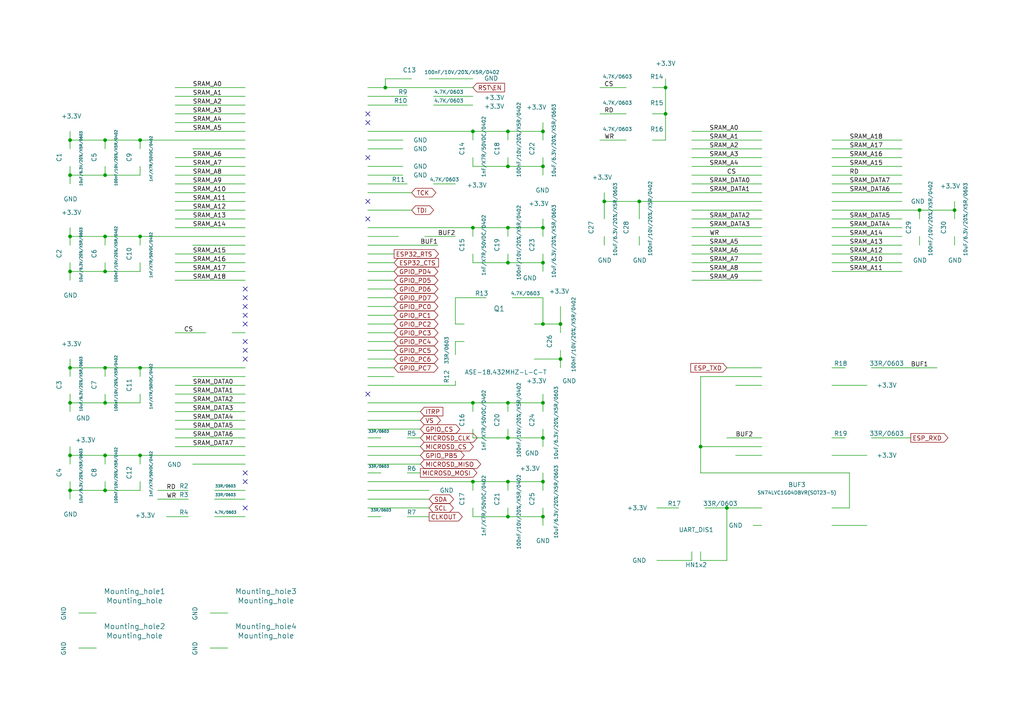
<source format=kicad_sch>
(kicad_sch (version 20230121) (generator eeschema)
  (paper "A4")
  (title_block (title "AgonLight2") (date "2022-12-05") (rev "A") (company "Olimex") (comment 1 "(c)2022"))
  (junction (at 157.48 76.2))
  (junction (at 20.32 68.58))
  (junction (at 157.48 93.98))
  (junction (at 20.32 142.24))
  (junction (at 20.32 78.74))
  (junction (at 147.32 48.26))
  (junction (at 157.48 38.1))
  (junction (at 157.48 149.86))
  (junction (at 20.32 116.84))
  (junction (at 157.48 139.7))
  (junction (at 30.48 78.74))
  (junction (at 30.48 40.64))
  (junction (at 147.32 149.86))
  (junction (at 30.48 132.08))
  (junction (at 30.48 68.58))
  (junction (at 20.32 40.64))
  (junction (at 193.04 25.4))
  (junction (at 20.32 132.08))
  (junction (at 147.32 76.2))
  (junction (at 40.64 40.64))
  (junction (at 157.48 116.84))
  (junction (at 175.26 58.42))
  (junction (at 137.16 139.7))
  (junction (at 185.42 58.42))
  (junction (at 157.48 66.04))
  (junction (at 20.32 50.8))
  (junction (at 147.32 127))
  (junction (at 40.64 132.08))
  (junction (at 276.86 60.96))
  (junction (at 203.2 129.54))
  (junction (at 157.48 48.26))
  (junction (at 30.48 50.8))
  (junction (at 30.48 116.84))
  (junction (at 157.48 127))
  (junction (at 147.32 116.84))
  (junction (at 40.64 68.58))
  (junction (at 137.16 38.1))
  (junction (at 147.32 66.04))
  (junction (at 210.82 147.32))
  (junction (at 193.04 33.02))
  (junction (at 111.76 25.4))
  (junction (at 162.56 93.98))
  (junction (at 40.64 106.68))
  (junction (at 266.7 60.96))
  (junction (at 20.32 106.68))
  (junction (at 147.32 38.1))
  (junction (at 147.32 139.7))
  (junction (at 137.16 116.84))
  (junction (at 162.56 104.14))
  (junction (at 30.48 142.24))
  (junction (at 30.48 106.68))
  (junction (at 137.16 66.04))
  (no_connect (at 71.12 104.14))
  (no_connect (at 71.12 139.7))
  (no_connect (at 106.68 33.02))
  (no_connect (at 106.68 63.5))
  (no_connect (at 106.68 35.56))
  (no_connect (at 71.12 83.82))
  (no_connect (at 106.68 114.3))
  (no_connect (at 71.12 93.98))
  (no_connect (at 106.68 45.72))
  (no_connect (at 71.12 147.32))
  (no_connect (at 71.12 137.16))
  (no_connect (at 71.12 101.6))
  (no_connect (at 71.12 99.06))
  (no_connect (at 71.12 86.36))
  (no_connect (at 71.12 88.9))
  (no_connect (at 71.12 91.44))
  (no_connect (at 106.68 58.42))
  (wire (pts (xy 66.04 177.8) (xy 60.96 177.8)))
  (wire (pts (xy 30.48 71.12) (xy 30.48 68.58)))
  (wire (pts (xy 123.19 68.58) (xy 132.08 68.58)))
  (wire (pts (xy 137.16 149.86) (xy 147.32 149.86)))
  (wire (pts (xy 204.47 147.32) (xy 210.82 147.32)))
  (wire (pts (xy 241.3 40.64) (xy 261.62 40.64)))
  (wire (pts (xy 106.68 96.52) (xy 114.3 96.52)))
  (wire (pts (xy 22.86 187.96) (xy 27.94 187.96)))
  (wire (pts (xy 220.98 48.26) (xy 200.66 48.26)))
  (wire (pts (xy 132.08 102.87) (xy 132.08 99.06)))
  (wire (pts (xy 30.48 48.26) (xy 30.48 50.8)))
  (wire (pts (xy 106.68 139.7) (xy 137.16 139.7)))
  (wire (pts (xy 147.32 142.24) (xy 147.32 139.7)))
  (wire (pts (xy 276.86 58.42) (xy 276.86 60.96)))
  (wire (pts (xy 147.32 76.2) (xy 157.48 76.2)))
  (wire (pts (xy 137.16 116.84) (xy 137.16 119.38)))
  (wire (pts (xy 220.98 63.5) (xy 200.66 63.5)))
  (wire (pts (xy 185.42 63.5) (xy 185.42 58.42)))
  (wire (pts (xy 40.64 40.64) (xy 30.48 40.64)))
  (wire (pts (xy 203.2 162.56) (xy 210.82 162.56)))
  (wire (pts (xy 203.2 137.16) (xy 246.38 137.16)))
  (wire (pts (xy 106.68 137.16) (xy 110.49 137.16)))
  (wire (pts (xy 241.3 132.08) (xy 251.46 132.08)))
  (wire (pts (xy 200.66 160.02) (xy 200.66 162.56)))
  (wire (pts (xy 157.48 40.64) (xy 157.48 38.1)))
  (wire (pts (xy 50.8 129.54) (xy 71.12 129.54)))
  (wire (pts (xy 261.62 63.5) (xy 241.3 63.5)))
  (wire (pts (xy 40.64 142.24) (xy 30.48 142.24)))
  (wire (pts (xy 71.12 68.58) (xy 40.64 68.58)))
  (wire (pts (xy 106.68 68.58) (xy 115.57 68.58)))
  (wire (pts (xy 137.16 38.1) (xy 147.32 38.1)))
  (wire (pts (xy 220.98 53.34) (xy 200.66 53.34)))
  (wire (pts (xy 20.32 116.84) (xy 20.32 114.3)))
  (wire (pts (xy 71.12 149.86) (xy 62.23 149.86)))
  (wire (pts (xy 106.68 127) (xy 110.49 127)))
  (wire (pts (xy 220.98 58.42) (xy 185.42 58.42)))
  (wire (pts (xy 114.3 93.98) (xy 106.68 93.98)))
  (wire (pts (xy 71.12 73.66) (xy 50.8 73.66)))
  (wire (pts (xy 71.12 60.96) (xy 50.8 60.96)))
  (wire (pts (xy 106.68 134.62) (xy 121.92 134.62)))
  (wire (pts (xy 106.68 48.26) (xy 116.84 48.26)))
  (wire (pts (xy 157.48 48.26) (xy 157.48 50.8)))
  (wire (pts (xy 106.68 60.96) (xy 119.38 60.96)))
  (wire (pts (xy 193.04 33.02) (xy 193.04 40.64)))
  (wire (pts (xy 30.48 134.62) (xy 30.48 132.08)))
  (wire (pts (xy 71.12 35.56) (xy 50.8 35.56)))
  (wire (pts (xy 71.12 106.68) (xy 40.64 106.68)))
  (wire (pts (xy 106.68 76.2) (xy 114.3 76.2)))
  (wire (pts (xy 106.68 101.6) (xy 114.3 101.6)))
  (wire (pts (xy 157.48 139.7) (xy 157.48 137.16)))
  (wire (pts (xy 106.68 142.24) (xy 124.46 142.24)))
  (wire (pts (xy 54.61 142.24) (xy 45.72 142.24)))
  (wire (pts (xy 125.73 27.94) (xy 137.16 27.94)))
  (wire (pts (xy 137.16 66.04) (xy 147.32 66.04)))
  (wire (pts (xy 60.96 187.96) (xy 66.04 187.96)))
  (wire (pts (xy 106.68 132.08) (xy 121.92 132.08)))
  (wire (pts (xy 40.64 68.58) (xy 30.48 68.58)))
  (wire (pts (xy 40.64 106.68) (xy 30.48 106.68)))
  (wire (pts (xy 157.48 76.2) (xy 157.48 78.74)))
  (wire (pts (xy 132.08 86.36) (xy 140.97 86.36)))
  (wire (pts (xy 137.16 76.2) (xy 147.32 76.2)))
  (wire (pts (xy 50.8 121.92) (xy 71.12 121.92)))
  (wire (pts (xy 27.94 177.8) (xy 22.86 177.8)))
  (wire (pts (xy 106.68 38.1) (xy 137.16 38.1)))
  (wire (pts (xy 20.32 78.74) (xy 20.32 81.28)))
  (wire (pts (xy 175.26 58.42) (xy 175.26 55.88)))
  (wire (pts (xy 181.61 25.4) (xy 173.99 25.4)))
  (wire (pts (xy 50.8 116.84) (xy 71.12 116.84)))
  (wire (pts (xy 137.16 38.1) (xy 137.16 40.64)))
  (wire (pts (xy 106.68 43.18) (xy 116.84 43.18)))
  (wire (pts (xy 157.48 142.24) (xy 157.48 139.7)))
  (wire (pts (xy 118.11 137.16) (xy 121.92 137.16)))
  (wire (pts (xy 40.64 43.18) (xy 40.64 40.64)))
  (wire (pts (xy 106.68 86.36) (xy 114.3 86.36)))
  (wire (pts (xy 30.48 106.68) (xy 20.32 106.68)))
  (wire (pts (xy 40.64 68.58) (xy 40.64 71.12)))
  (wire (pts (xy 71.12 132.08) (xy 40.64 132.08)))
  (wire (pts (xy 106.68 30.48) (xy 118.11 30.48)))
  (wire (pts (xy 190.5 147.32) (xy 196.85 147.32)))
  (wire (pts (xy 71.12 119.38) (xy 50.8 119.38)))
  (wire (pts (xy 147.32 66.04) (xy 157.48 66.04)))
  (wire (pts (xy 181.61 33.02) (xy 173.99 33.02)))
  (wire (pts (xy 157.48 127) (xy 157.48 124.46)))
  (wire (pts (xy 106.68 129.54) (xy 121.92 129.54)))
  (wire (pts (xy 106.68 66.04) (xy 137.16 66.04)))
  (wire (pts (xy 20.32 134.62) (xy 20.32 132.08)))
  (wire (pts (xy 220.98 60.96) (xy 200.66 60.96)))
  (wire (pts (xy 137.16 66.04) (xy 137.16 68.58)))
  (wire (pts (xy 137.16 124.46) (xy 137.16 127)))
  (wire (pts (xy 157.48 149.86) (xy 157.48 152.4)))
  (wire (pts (xy 30.48 50.8) (xy 40.64 50.8)))
  (wire (pts (xy 118.11 127) (xy 121.92 127)))
  (wire (pts (xy 137.16 139.7) (xy 137.16 142.24)))
  (wire (pts (xy 54.61 149.86) (xy 48.26 149.86)))
  (wire (pts (xy 261.62 78.74) (xy 241.3 78.74)))
  (wire (pts (xy 71.12 58.42) (xy 50.8 58.42)))
  (wire (pts (xy 132.08 99.06) (xy 134.62 99.06)))
  (wire (pts (xy 220.98 78.74) (xy 200.66 78.74)))
  (wire (pts (xy 175.26 68.58) (xy 175.26 71.12)))
  (wire (pts (xy 20.32 106.68) (xy 20.32 104.14)))
  (wire (pts (xy 241.3 48.26) (xy 261.62 48.26)))
  (wire (pts (xy 193.04 40.64) (xy 189.23 40.64)))
  (wire (pts (xy 119.38 22.86) (xy 111.76 22.86)))
  (wire (pts (xy 266.7 71.12) (xy 266.7 68.58)))
  (wire (pts (xy 175.26 58.42) (xy 175.26 63.5)))
  (wire (pts (xy 40.64 106.68) (xy 40.64 109.22)))
  (wire (pts (xy 147.32 147.32) (xy 147.32 149.86)))
  (wire (pts (xy 71.12 45.72) (xy 50.8 45.72)))
  (wire (pts (xy 200.66 162.56) (xy 190.5 162.56)))
  (wire (pts (xy 220.98 109.22) (xy 203.2 109.22)))
  (wire (pts (xy 162.56 96.52) (xy 162.56 93.98)))
  (wire (pts (xy 20.32 50.8) (xy 30.48 50.8)))
  (wire (pts (xy 193.04 25.4) (xy 193.04 22.86)))
  (wire (pts (xy 246.38 137.16) (xy 246.38 147.32)))
  (wire (pts (xy 241.3 66.04) (xy 261.62 66.04)))
  (wire (pts (xy 147.32 40.64) (xy 147.32 38.1)))
  (wire (pts (xy 220.98 50.8) (xy 200.66 50.8)))
  (wire (pts (xy 241.3 45.72) (xy 261.62 45.72)))
  (wire (pts (xy 137.16 147.32) (xy 137.16 149.86)))
  (wire (pts (xy 125.73 53.34) (xy 132.08 53.34)))
  (wire (pts (xy 40.64 132.08) (xy 30.48 132.08)))
  (wire (pts (xy 106.68 73.66) (xy 114.3 73.66)))
  (wire (pts (xy 30.48 78.74) (xy 20.32 78.74)))
  (wire (pts (xy 137.16 45.72) (xy 137.16 48.26)))
  (wire (pts (xy 20.32 109.22) (xy 20.32 106.68)))
  (wire (pts (xy 157.48 93.98) (xy 162.56 93.98)))
  (wire (pts (xy 106.68 99.06) (xy 114.3 99.06)))
  (wire (pts (xy 114.3 91.44) (xy 106.68 91.44)))
  (wire (pts (xy 20.32 78.74) (xy 20.32 76.2)))
  (wire (pts (xy 106.68 124.46) (xy 121.92 124.46)))
  (wire (pts (xy 30.48 68.58) (xy 20.32 68.58)))
  (wire (pts (xy 157.48 116.84) (xy 157.48 114.3)))
  (wire (pts (xy 71.12 96.52) (xy 67.31 96.52)))
  (wire (pts (xy 30.48 132.08) (xy 20.32 132.08)))
  (wire (pts (xy 20.32 132.08) (xy 20.32 129.54)))
  (wire (pts (xy 71.12 66.04) (xy 50.8 66.04)))
  (wire (pts (xy 252.73 127) (xy 264.16 127)))
  (wire (pts (xy 147.32 68.58) (xy 147.32 66.04)))
  (wire (pts (xy 71.12 53.34) (xy 50.8 53.34)))
  (wire (pts (xy 106.68 78.74) (xy 114.3 78.74)))
  (wire (pts (xy 157.48 66.04) (xy 157.48 63.5)))
  (wire (pts (xy 193.04 25.4) (xy 193.04 33.02)))
  (wire (pts (xy 71.12 43.18) (xy 55.88 43.18)))
  (wire (pts (xy 40.64 132.08) (xy 40.64 134.62)))
  (wire (pts (xy 71.12 114.3) (xy 50.8 114.3)))
  (wire (pts (xy 241.3 111.76) (xy 251.46 111.76)))
  (wire (pts (xy 54.61 144.78) (xy 45.72 144.78)))
  (wire (pts (xy 220.98 71.12) (xy 200.66 71.12)))
  (wire (pts (xy 157.48 127) (xy 157.48 129.54)))
  (wire (pts (xy 106.68 119.38) (xy 121.92 119.38)))
  (wire (pts (xy 30.48 139.7) (xy 30.48 142.24)))
  (wire (pts (xy 20.32 48.26) (xy 20.32 50.8)))
  (wire (pts (xy 147.32 48.26) (xy 157.48 48.26)))
  (wire (pts (xy 162.56 93.98) (xy 162.56 88.9)))
  (wire (pts (xy 106.68 147.32) (xy 124.46 147.32)))
  (wire (pts (xy 106.68 111.76) (xy 132.08 111.76)))
  (wire (pts (xy 252.73 106.68) (xy 271.78 106.68)))
  (wire (pts (xy 220.98 81.28) (xy 200.66 81.28)))
  (wire (pts (xy 106.68 106.68) (xy 114.3 106.68)))
  (wire (pts (xy 71.12 127) (xy 50.8 127)))
  (wire (pts (xy 220.98 73.66) (xy 200.66 73.66)))
  (wire (pts (xy 241.3 55.88) (xy 261.62 55.88)))
  (wire (pts (xy 220.98 132.08) (xy 213.36 132.08)))
  (wire (pts (xy 111.76 22.86) (xy 111.76 25.4)))
  (wire (pts (xy 266.7 63.5) (xy 266.7 60.96)))
  (wire (pts (xy 106.68 116.84) (xy 137.16 116.84)))
  (wire (pts (xy 157.48 76.2) (xy 157.48 73.66)))
  (wire (pts (xy 30.48 76.2) (xy 30.48 78.74)))
  (wire (pts (xy 162.56 101.6) (xy 162.56 104.14)))
  (wire (pts (xy 40.64 76.2) (xy 40.64 78.74)))
  (wire (pts (xy 147.32 127) (xy 157.48 127)))
  (wire (pts (xy 203.2 129.54) (xy 220.98 129.54)))
  (wire (pts (xy 20.32 40.64) (xy 20.32 38.1)))
  (wire (pts (xy 147.32 139.7) (xy 157.48 139.7)))
  (wire (pts (xy 147.32 124.46) (xy 147.32 127)))
  (wire (pts (xy 154.94 93.98) (xy 157.48 93.98)))
  (wire (pts (xy 125.73 30.48) (xy 137.16 30.48)))
  (wire (pts (xy 20.32 142.24) (xy 20.32 139.7)))
  (wire (pts (xy 157.48 68.58) (xy 157.48 66.04)))
  (wire (pts (xy 118.11 149.86) (xy 124.46 149.86)))
  (wire (pts (xy 71.12 134.62) (xy 55.88 134.62)))
  (wire (pts (xy 20.32 116.84) (xy 20.32 119.38)))
  (wire (pts (xy 30.48 40.64) (xy 20.32 40.64)))
  (wire (pts (xy 40.64 78.74) (xy 30.48 78.74)))
  (wire (pts (xy 246.38 147.32) (xy 241.3 147.32)))
  (wire (pts (xy 157.48 119.38) (xy 157.48 116.84)))
  (wire (pts (xy 241.3 60.96) (xy 266.7 60.96)))
  (wire (pts (xy 71.12 124.46) (xy 50.8 124.46)))
  (wire (pts (xy 189.23 33.02) (xy 193.04 33.02)))
  (wire (pts (xy 106.68 109.22) (xy 114.3 109.22)))
  (wire (pts (xy 203.2 129.54) (xy 203.2 137.16)))
  (wire (pts (xy 220.98 43.18) (xy 200.66 43.18)))
  (wire (pts (xy 181.61 40.64) (xy 173.99 40.64)))
  (wire (pts (xy 71.12 111.76) (xy 50.8 111.76)))
  (wire (pts (xy 106.68 83.82) (xy 114.3 83.82)))
  (wire (pts (xy 71.12 25.4) (xy 50.8 25.4)))
  (wire (pts (xy 276.86 63.5) (xy 276.86 60.96)))
  (wire (pts (xy 220.98 111.76) (xy 213.36 111.76)))
  (wire (pts (xy 30.48 142.24) (xy 20.32 142.24)))
  (wire (pts (xy 106.68 121.92) (xy 121.92 121.92)))
  (wire (pts (xy 71.12 63.5) (xy 50.8 63.5)))
  (wire (pts (xy 30.48 40.64) (xy 30.48 43.18)))
  (wire (pts (xy 106.68 40.64) (xy 116.84 40.64)))
  (wire (pts (xy 134.62 93.98) (xy 132.08 93.98)))
  (wire (pts (xy 210.82 162.56) (xy 210.82 147.32)))
  (wire (pts (xy 71.12 33.02) (xy 50.8 33.02)))
  (wire (pts (xy 106.68 27.94) (xy 118.11 27.94)))
  (wire (pts (xy 20.32 71.12) (xy 20.32 68.58)))
  (wire (pts (xy 106.68 55.88) (xy 119.38 55.88)))
  (wire (pts (xy 30.48 109.22) (xy 30.48 106.68)))
  (wire (pts (xy 40.64 139.7) (xy 40.64 142.24)))
  (wire (pts (xy 137.16 116.84) (xy 147.32 116.84)))
  (wire (pts (xy 203.2 109.22) (xy 203.2 129.54)))
  (wire (pts (xy 71.12 76.2) (xy 50.8 76.2)))
  (wire (pts (xy 241.3 58.42) (xy 261.62 58.42)))
  (wire (pts (xy 220.98 152.4) (xy 218.44 152.4)))
  (wire (pts (xy 40.64 114.3) (xy 40.64 116.84)))
  (wire (pts (xy 147.32 149.86) (xy 157.48 149.86)))
  (wire (pts (xy 71.12 40.64) (xy 40.64 40.64)))
  (wire (pts (xy 132.08 110.49) (xy 132.08 111.76)))
  (wire (pts (xy 147.32 45.72) (xy 147.32 48.26)))
  (wire (pts (xy 220.98 45.72) (xy 200.66 45.72)))
  (wire (pts (xy 114.3 104.14) (xy 106.68 104.14)))
  (wire (pts (xy 71.12 78.74) (xy 50.8 78.74)))
  (wire (pts (xy 71.12 27.94) (xy 50.8 27.94)))
  (wire (pts (xy 220.98 40.64) (xy 200.66 40.64)))
  (wire (pts (xy 241.3 50.8) (xy 261.62 50.8)))
  (wire (pts (xy 220.98 38.1) (xy 200.66 38.1)))
  (wire (pts (xy 71.12 55.88) (xy 50.8 55.88)))
  (wire (pts (xy 132.08 93.98) (xy 132.08 86.36)))
  (wire (pts (xy 55.88 71.12) (xy 71.12 71.12)))
  (wire (pts (xy 110.49 149.86) (xy 106.68 149.86)))
  (wire (pts (xy 261.62 68.58) (xy 241.3 68.58)))
  (wire (pts (xy 148.59 86.36) (xy 157.48 86.36)))
  (wire (pts (xy 106.68 81.28) (xy 114.3 81.28)))
  (wire (pts (xy 220.98 76.2) (xy 200.66 76.2)))
  (wire (pts (xy 266.7 60.96) (xy 276.86 60.96)))
  (wire (pts (xy 147.32 73.66) (xy 147.32 76.2)))
  (wire (pts (xy 137.16 48.26) (xy 147.32 48.26)))
  (wire (pts (xy 71.12 50.8) (xy 50.8 50.8)))
  (wire (pts (xy 71.12 30.48) (xy 50.8 30.48)))
  (wire (pts (xy 71.12 109.22) (xy 55.88 109.22)))
  (wire (pts (xy 241.3 152.4) (xy 251.46 152.4)))
  (wire (pts (xy 71.12 38.1) (xy 50.8 38.1)))
  (wire (pts (xy 106.68 71.12) (xy 127 71.12)))
  (wire (pts (xy 20.32 68.58) (xy 20.32 66.04)))
  (wire (pts (xy 40.64 50.8) (xy 40.64 48.26)))
  (wire (pts (xy 20.32 53.34) (xy 20.32 50.8)))
  (wire (pts (xy 203.2 160.02) (xy 203.2 162.56)))
  (wire (pts (xy 220.98 106.68) (xy 210.82 106.68)))
  (wire (pts (xy 261.62 53.34) (xy 241.3 53.34)))
  (wire (pts (xy 137.16 127) (xy 147.32 127)))
  (wire (pts (xy 59.69 96.52) (xy 50.8 96.52)))
  (wire (pts (xy 157.48 86.36) (xy 157.48 93.98)))
  (wire (pts (xy 157.48 38.1) (xy 157.48 35.56)))
  (wire (pts (xy 116.84 50.8) (xy 106.68 50.8)))
  (wire (pts (xy 71.12 48.26) (xy 50.8 48.26)))
  (wire (pts (xy 261.62 73.66) (xy 241.3 73.66)))
  (wire (pts (xy 62.23 144.78) (xy 71.12 144.78)))
  (wire (pts (xy 189.23 25.4) (xy 193.04 25.4)))
  (wire (pts (xy 220.98 68.58) (xy 200.66 68.58)))
  (wire (pts (xy 154.94 104.14) (xy 162.56 104.14)))
  (wire (pts (xy 147.32 38.1) (xy 157.48 38.1)))
  (wire (pts (xy 137.16 139.7) (xy 147.32 139.7)))
  (wire (pts (xy 210.82 147.32) (xy 220.98 147.32)))
  (wire (pts (xy 111.76 25.4) (xy 106.68 25.4)))
  (wire (pts (xy 137.16 73.66) (xy 137.16 76.2)))
  (wire (pts (xy 71.12 142.24) (xy 62.23 142.24)))
  (wire (pts (xy 106.68 53.34) (xy 118.11 53.34)))
  (wire (pts (xy 106.68 88.9) (xy 114.3 88.9)))
  (wire (pts (xy 30.48 114.3) (xy 30.48 116.84)))
  (wire (pts (xy 261.62 71.12) (xy 241.3 71.12)))
  (wire (pts (xy 185.42 58.42) (xy 175.26 58.42)))
  (wire (pts (xy 276.86 68.58) (xy 276.86 71.12)))
  (wire (pts (xy 137.16 22.86) (xy 124.46 22.86)))
  (wire (pts (xy 241.3 127) (xy 245.11 127)))
  (wire (pts (xy 157.48 149.86) (xy 157.48 147.32)))
  (wire (pts (xy 111.76 25.4) (xy 137.16 25.4)))
  (wire (pts (xy 185.42 68.58) (xy 185.42 71.12)))
  (wire (pts (xy 162.56 104.14) (xy 162.56 106.68)))
  (wire (pts (xy 20.32 142.24) (xy 20.32 144.78)))
  (wire (pts (xy 261.62 76.2) (xy 241.3 76.2)))
  (wire (pts (xy 71.12 81.28) (xy 50.8 81.28)))
  (wire (pts (xy 106.68 144.78) (xy 124.46 144.78)))
  (wire (pts (xy 147.32 116.84) (xy 157.48 116.84)))
  (wire (pts (xy 147.32 119.38) (xy 147.32 116.84)))
  (wire (pts (xy 220.98 127) (xy 210.82 127)))
  (wire (pts (xy 30.48 116.84) (xy 20.32 116.84)))
  (wire (pts (xy 40.64 116.84) (xy 30.48 116.84)))
  (wire (pts (xy 200.66 66.04) (xy 220.98 66.04)))
  (wire (pts (xy 157.48 48.26) (xy 157.48 45.72)))
  (wire (pts (xy 220.98 55.88) (xy 200.66 55.88)))
  (wire (pts (xy 241.3 43.18) (xy 261.62 43.18)))
  (wire (pts (xy 20.32 43.18) (xy 20.32 40.64)))
  (wire (pts (xy 241.3 106.68) (xy 245.11 106.68)))
  (label "SRAM_A18" (at 55.88 81.28 0))
  (label "BUF2" (at 132.08 68.58 180))
  (label "SRAM_A15" (at 55.88 73.66 0))
  (label "SRAM_A10" (at 55.88 55.88 0))
  (label "SRAM_A8" (at 205.74 78.74 0))
  (label "SRAM_A10" (at 246.38 76.2 0))
  (label "SRAM_DATA6" (at 246.38 55.88 0))
  (label "RD" (at 48.26 142.24 0))
  (label "SRAM_DATA3" (at 55.88 119.38 0))
  (label "SRAM_DATA1" (at 205.74 55.88 0))
  (label "CS" (at 210.82 50.8 0))
  (label "CS" (at 175.26 25.4 0))
  (label "SRAM_DATA2" (at 205.74 63.5 0))
  (label "SRAM_A13" (at 55.88 63.5 0))
  (label "SRAM_A16" (at 246.38 45.72 0))
  (label "SRAM_DATA7" (at 246.38 53.34 0))
  (label "RD" (at 246.38 50.8 0))
  (label "SRAM_A2" (at 55.88 30.48 0))
  (label "SRAM_A12" (at 246.38 73.66 0))
  (label "SRAM_DATA3" (at 205.74 66.04 0))
  (label "SRAM_A9" (at 205.74 81.28 0))
  (label "SRAM_DATA4" (at 55.88 121.92 0))
  (label "SRAM_A6" (at 205.74 73.66 0))
  (label "SRAM_A14" (at 246.38 68.58 0))
  (label "SRAM_A18" (at 246.38 40.64 0))
  (label "SRAM_DATA5" (at 246.38 63.5 0))
  (label "SRAM_A3" (at 205.74 45.72 0))
  (label "SRAM_A11" (at 246.38 78.74 0))
  (label "SRAM_A11" (at 55.88 58.42 0))
  (label "SRAM_DATA5" (at 55.88 124.46 0))
  (label "SRAM_A7" (at 55.88 48.26 0))
  (label "BUF1" (at 127 71.12 180))
  (label "SRAM_DATA0" (at 55.88 111.76 0))
  (label "BUF2" (at 218.44 127 180))
  (label "SRAM_A2" (at 205.74 43.18 0))
  (label "BUF1" (at 269.24 106.68 180))
  (label "SRAM_A16" (at 55.88 76.2 0))
  (label "SRAM_A1" (at 55.88 27.94 0))
  (label "SRAM_DATA4" (at 246.38 66.04 0))
  (label "SRAM_A7" (at 205.74 76.2 0))
  (label "SRAM_A5" (at 55.88 38.1 0))
  (label "SRAM_A6" (at 55.88 45.72 0))
  (label "SRAM_DATA2" (at 55.88 116.84 0))
  (label "SRAM_A17" (at 55.88 78.74 0))
  (label "RD" (at 175.26 33.02 0))
  (label "SRAM_A13" (at 246.38 71.12 0))
  (label "SRAM_DATA0" (at 205.74 53.34 0))
  (label "WR" (at 175.26 40.64 0))
  (label "SRAM_A3" (at 55.88 33.02 0))
  (label "SRAM_A9" (at 55.88 53.34 0))
  (label "SRAM_A15" (at 246.38 48.26 0))
  (label "SRAM_A0" (at 205.74 38.1 0))
  (label "SRAM_DATA6" (at 55.88 127 0))
  (label "SRAM_DATA7" (at 55.88 129.54 0))
  (label "SRAM_A8" (at 55.88 50.8 0))
  (label "CS" (at 53.34 96.52 0))
  (label "SRAM_DATA1" (at 55.88 114.3 0))
  (label "SRAM_A0" (at 55.88 25.4 0))
  (label "SRAM_A4" (at 55.88 35.56 0))
  (label "SRAM_A14" (at 55.88 66.04 0))
  (label "SRAM_A1" (at 205.74 40.64 0))
  (label "SRAM_A5" (at 205.74 71.12 0))
  (label "SRAM_A4" (at 205.74 48.26 0))
  (label "WR" (at 205.74 68.58 0))
  (label "SRAM_A12" (at 55.88 60.96 0))
  (label "SRAM_A17" (at 246.38 43.18 0))
  (label "WR" (at 48.26 144.78 0))
  (global_label "MICROSD_CLK" (shape bidirectional) (at 121.92 127 0) (property "Intersheetrefs" "${INTERSHEET_REFS}" (effects hide)))
  (global_label "GPIO_PC6" (shape bidirectional) (at 114.3 104.14 0) (property "Intersheetrefs" "${INTERSHEET_REFS}" (effects hide)))
  (global_label "GPIO_PD7" (shape bidirectional) (at 114.3 86.36 0) (property "Intersheetrefs" "${INTERSHEET_REFS}" (effects hide)))
  (global_label "MICROSD_CS" (shape bidirectional) (at 121.92 129.54 0) (property "Intersheetrefs" "${INTERSHEET_REFS}" (effects hide)))
  (global_label "ESP32_RTS" (shape output) (at 114.3 73.66 0) (property "Intersheetrefs" "${INTERSHEET_REFS}" (effects hide)))
  (global_label "GPIO_PC1" (shape bidirectional) (at 114.3 91.44 0) (property "Intersheetrefs" "${INTERSHEET_REFS}" (effects hide)))
  (global_label "MICROSD_MOSI" (shape output) (at 121.92 137.16 0) (property "Intersheetrefs" "${INTERSHEET_REFS}" (effects hide)))
  (global_label "GPIO_PC7" (shape bidirectional) (at 114.3 106.68 0) (property "Intersheetrefs" "${INTERSHEET_REFS}" (effects hide)))
  (global_label "TDI" (shape bidirectional) (at 119.38 60.96 0) (property "Intersheetrefs" "${INTERSHEET_REFS}" (effects hide)))
  (global_label "GPIO_PD4" (shape bidirectional) (at 114.3 78.74 0) (property "Intersheetrefs" "${INTERSHEET_REFS}" (effects hide)))
  (global_label "VS" (shape bidirectional) (at 121.92 121.92 0) (property "Intersheetrefs" "${INTERSHEET_REFS}" (effects hide)))
  (global_label "TCK" (shape bidirectional) (at 119.38 55.88 0) (property "Intersheetrefs" "${INTERSHEET_REFS}" (effects hide)))
  (global_label "SCL" (shape bidirectional) (at 124.46 147.32 0) (property "Intersheetrefs" "${INTERSHEET_REFS}" (effects hide)))
  (global_label "GPIO_CS" (shape bidirectional) (at 121.92 124.46 0) (property "Intersheetrefs" "${INTERSHEET_REFS}" (effects hide)))
  (global_label "CLKOUT" (shape output) (at 124.46 149.86 0) (property "Intersheetrefs" "${INTERSHEET_REFS}" (effects hide)))
  (global_label "ESP_TXD" (shape input) (at 210.82 106.68 180) (property "Intersheetrefs" "${INTERSHEET_REFS}" (effects hide)))
  (global_label "GPIO_PD6" (shape bidirectional) (at 114.3 83.82 0) (property "Intersheetrefs" "${INTERSHEET_REFS}" (effects hide)))
  (global_label "GPIO_PB5" (shape bidirectional) (at 121.92 132.08 0) (property "Intersheetrefs" "${INTERSHEET_REFS}" (effects hide)))
  (global_label "MICROSD_MISO" (shape bidirectional) (at 121.92 134.62 0) (property "Intersheetrefs" "${INTERSHEET_REFS}" (effects hide)))
  (global_label "GPIO_PC4" (shape bidirectional) (at 114.3 99.06 0) (property "Intersheetrefs" "${INTERSHEET_REFS}" (effects hide)))
  (global_label "GPIO_PC0" (shape bidirectional) (at 114.3 88.9 0) (property "Intersheetrefs" "${INTERSHEET_REFS}" (effects hide)))
  (global_label "ESP_RXD" (shape output) (at 264.16 127 0) (property "Intersheetrefs" "${INTERSHEET_REFS}" (effects hide)))
  (global_label "ITRP" (shape input) (at 121.92 119.38 0) (property "Intersheetrefs" "${INTERSHEET_REFS}" (effects hide)))
  (global_label "ESP32_CTS" (shape input) (at 114.3 76.2 0) (property "Intersheetrefs" "${INTERSHEET_REFS}" (effects hide)))
  (global_label "GPIO_PC5" (shape bidirectional) (at 114.3 101.6 0) (property "Intersheetrefs" "${INTERSHEET_REFS}" (effects hide)))
  (global_label "GPIO_PC3" (shape bidirectional) (at 114.3 96.52 0) (property "Intersheetrefs" "${INTERSHEET_REFS}" (effects hide)))
  (global_label "GPIO_PC2" (shape bidirectional) (at 114.3 93.98 0) (property "Intersheetrefs" "${INTERSHEET_REFS}" (effects hide)))
  (global_label "SDA" (shape bidirectional) (at 124.46 144.78 0) (property "Intersheetrefs" "${INTERSHEET_REFS}" (effects hide)))
  (global_label "RST\\EN" (shape input) (at 137.16 25.4 0) (property "Intersheetrefs" "${INTERSHEET_REFS}" (effects hide)))
  (global_label "GPIO_PD5" (shape bidirectional) (at 114.3 81.28 0) (property "Intersheetrefs" "${INTERSHEET_REFS}" (effects hide)))
  (symbol (lib_id "AgonLight2_Rev_A:EZ80F92AZ020SG(LQFP100)") (at 88.9 86.36 0) (unit 1)
    (property "Reference" "U1" (at 88.9 18.669 0))
    (property "Value" "EZ80F92AZ020EG(LQFP100)" (at 88.9 20.9804 0))
    (property "Footprint" "OLIMEX_IC-FP:LQFP-100_14x14mm_STM32H730VBT6" (effects hide))
  )
  (symbol (lib_id "AgonLight2_Rev_A:AS7C34096A-10TCTR") (at 231.14 58.42 0) (unit 1)
    (property "Reference" "U2" (at 231.14 28.575 0))
    (property "Value" "AS7C34096A-10TCTR" (at 231.14 90.805 0))
    (property "Footprint" "OLIMEX_IC-FP:TSOP-44_Pitch-0.80mm_18.80x11.80x1.20mm" (effects hide))
  )
  (symbol (lib_id "AgonLight2_Rev_A:R") (at 63.5 96.52 0) (unit 1)
    (property "Reference" "R1" (at 63.5 93.98 0))
    (property "Value" "33R/0603" (at 63.5 99.06 0))
    (property "Footprint" "OLIMEX_RLC-FP:R_0603_5MIL_DWS" (effects hide))
  )
  (symbol (lib_id "AgonLight2_Rev_A:R") (at 58.42 142.24 0) (unit 1)
    (property "Reference" "R2" (at 53.34 140.97 0))
    (property "Value" "33R/0603" (at 65.405 140.97 0) (effects (font (size 0.762 0.762))))
    (property "Footprint" "OLIMEX_RLC-FP:R_0603_5MIL_DWS" (effects hide))
  )
  (symbol (lib_id "AgonLight2_Rev_A:R") (at 58.42 144.78 0) (unit 1)
    (property "Reference" "R3" (at 53.34 143.51 0))
    (property "Value" "33R/0603" (at 65.405 143.51 0) (effects (font (size 0.762 0.762))))
    (property "Footprint" "OLIMEX_RLC-FP:R_0603_5MIL_DWS" (effects hide))
  )
  (symbol (lib_id "AgonLight2_Rev_A:+3.3V") (at 137.16 27.94 270) (unit 1)
    (property "Reference" "#PWR022" (effects hide))
    (property "Value" "+3.3V" (at 140.4112 28.321 90) (effects (justify left)))
  )
  (symbol (lib_id "AgonLight2_Rev_A:R") (at 121.92 27.94 180) (unit 1)
    (property "Reference" "R9" (at 116.84 26.67 0))
    (property "Value" "4.7K/0603" (at 130.175 26.67 0) (effects (font (size 1.016 1.016))))
    (property "Footprint" "OLIMEX_RLC-FP:R_0603_5MIL_DWS" (effects hide))
  )
  (symbol (lib_id "AgonLight2_Rev_A:+3.3V") (at 48.26 149.86 90) (unit 1)
    (property "Reference" "#PWR09" (effects hide))
    (property "Value" "+3.3V" (at 45.0088 149.479 90) (effects (justify left)))
  )
  (symbol (lib_id "AgonLight2_Rev_A:GND") (at 55.88 134.62 270) (unit 1)
    (property "Reference" "#PWR013" (effects hide))
    (property "Value" "GND" (at 52.6288 134.747 90) (effects (justify right)))
  )
  (symbol (lib_id "AgonLight2_Rev_A:R") (at 58.42 149.86 0) (unit 1)
    (property "Reference" "R4" (at 53.34 148.59 0))
    (property "Value" "4.7K/0603" (at 65.405 148.59 0) (effects (font (size 0.762 0.762))))
    (property "Footprint" "OLIMEX_RLC-FP:R_0603_5MIL_DWS" (effects hide))
  )
  (symbol (lib_id "AgonLight2_Rev_A:+3.3V") (at 137.16 30.48 270) (unit 1)
    (property "Reference" "#PWR023" (effects hide))
    (property "Value" "+3.3V" (at 140.4112 30.861 90) (effects (justify left)))
  )
  (symbol (lib_id "AgonLight2_Rev_A:R") (at 121.92 30.48 180) (unit 1)
    (property "Reference" "R10" (at 116.205 29.21 0))
    (property "Value" "4.7K/0603" (at 130.175 29.21 0) (effects (font (size 1.016 1.016))))
    (property "Footprint" "OLIMEX_RLC-FP:R_0603_5MIL_DWS" (effects hide))
  )
  (symbol (lib_id "AgonLight2_Rev_A:GND") (at 200.66 60.96 270) (unit 1)
    (property "Reference" "#PWR040" (effects hide))
    (property "Value" "GND" (at 197.4088 61.087 90) (effects (justify right)))
  )
  (symbol (lib_id "AgonLight2_Rev_A:GND") (at 261.62 58.42 90) (unit 1)
    (property "Reference" "#PWR047" (effects hide))
    (property "Value" "GND" (at 264.16 58.42 90) (effects (justify right)))
  )
  (symbol (lib_id "AgonLight2_Rev_A:+3.3V") (at 175.26 55.88 0) (unit 1)
    (property "Reference" "#PWR034" (effects hide))
    (property "Value" "+3.3V" (at 174.625 51.435 0))
  )
  (symbol (lib_id "AgonLight2_Rev_A:+3.3V") (at 276.86 58.42 0) (unit 1)
    (property "Reference" "#PWR049" (effects hide))
    (property "Value" "+3.3V" (at 275.59 53.975 0))
  )
  (symbol (lib_id "AgonLight2_Rev_A:C") (at 175.26 66.04 0) (unit 1)
    (property "Reference" "C27" (at 171.45 67.945 90) (effects (justify left)))
    (property "Value" "10uF/6.3V/20%/X5R/0603" (at 178.435 74.295 90) (effects (font (size 1.016 1.016)) (justify left)))
    (property "Footprint" "OLIMEX_RLC-FP:C_0603_5MIL_DWS" (effects hide))
  )
  (symbol (lib_id "AgonLight2_Rev_A:C") (at 276.86 66.04 0) (unit 1)
    (property "Reference" "C30" (at 273.685 67.945 90) (effects (justify left)))
    (property "Value" "10uF/6.3V/20%/X5R/0603" (at 280.035 74.295 90) (effects (font (size 1.016 1.016)) (justify left)))
    (property "Footprint" "OLIMEX_RLC-FP:C_0603_5MIL_DWS" (effects hide))
  )
  (symbol (lib_id "AgonLight2_Rev_A:C") (at 185.42 66.04 0) (unit 1)
    (property "Reference" "C28" (at 181.61 67.945 90) (effects (justify left)))
    (property "Value" "100nF/10V/20%/X5R/0402" (at 188.595 74.295 90) (effects (font (size 1.016 1.016)) (justify left)))
    (property "Footprint" "OLIMEX_RLC-FP:C_0402_5MIL_DWS" (effects hide))
  )
  (symbol (lib_id "AgonLight2_Rev_A:C") (at 266.7 66.04 0) (unit 1)
    (property "Reference" "C29" (at 263.525 67.945 90) (effects (justify left)))
    (property "Value" "100nF/10V/20%/X5R/0402" (at 269.875 74.295 90) (effects (font (size 1.016 1.016)) (justify left)))
    (property "Footprint" "OLIMEX_RLC-FP:C_0402_5MIL_DWS" (effects hide))
  )
  (symbol (lib_id "AgonLight2_Rev_A:GND") (at 175.26 71.12 0) (unit 1)
    (property "Reference" "#PWR035" (effects hide))
    (property "Value" "GND" (at 175.387 75.5142 0))
  )
  (symbol (lib_id "AgonLight2_Rev_A:GND") (at 185.42 71.12 0) (unit 1)
    (property "Reference" "#PWR036" (effects hide))
    (property "Value" "GND" (at 185.547 75.5142 0))
  )
  (symbol (lib_id "AgonLight2_Rev_A:C") (at 147.32 43.18 0) (mirror y) (unit 1)
    (property "Reference" "C18" (at 144.145 45.085 90) (effects (justify left)))
    (property "Value" "100nF/10V/20%/X5R/0402" (at 150.495 51.435 90) (effects (font (size 1.016 1.016)) (justify left)))
    (property "Footprint" "OLIMEX_RLC-FP:C_0402_5MIL_DWS" (effects hide))
  )
  (symbol (lib_id "AgonLight2_Rev_A:C") (at 137.16 43.18 0) (mirror y) (unit 1)
    (property "Reference" "C14" (at 133.985 45.085 90) (effects (justify left)))
    (property "Value" "1nF/X7R/50VDC/0402" (at 140.335 51.435 90) (effects (font (size 1.016 1.016)) (justify left)))
    (property "Footprint" "OLIMEX_RLC-FP:C_0402_5MIL_DWS" (effects hide))
  )
  (symbol (lib_id "AgonLight2_Rev_A:C") (at 157.48 43.18 0) (mirror y) (unit 1)
    (property "Reference" "C22" (at 154.305 45.085 90) (effects (justify left)))
    (property "Value" "10uF/6.3V/20%/X5R/0603" (at 160.655 51.435 90) (effects (font (size 1.016 1.016)) (justify left)))
    (property "Footprint" "OLIMEX_RLC-FP:C_0603_5MIL_DWS" (effects hide))
  )
  (symbol (lib_id "AgonLight2_Rev_A:GND") (at 157.48 50.8 0) (mirror y) (unit 1)
    (property "Reference" "#PWR025" (effects hide))
    (property "Value" "GND" (at 157.353 55.1942 0))
  )
  (symbol (lib_id "AgonLight2_Rev_A:+3.3V") (at 157.48 35.56 0) (mirror y) (unit 1)
    (property "Reference" "#PWR024" (effects hide))
    (property "Value" "+3.3V" (at 155.575 31.115 0))
  )
  (symbol (lib_id "AgonLight2_Rev_A:GND") (at 266.7 71.12 0) (unit 1)
    (property "Reference" "#PWR048" (effects hide))
    (property "Value" "GND" (at 266.827 75.5142 0))
  )
  (symbol (lib_id "AgonLight2_Rev_A:GND") (at 276.86 71.12 0) (unit 1)
    (property "Reference" "#PWR050" (effects hide))
    (property "Value" "GND" (at 276.987 75.5142 0))
  )
  (symbol (lib_id "AgonLight2_Rev_A:R") (at 114.3 149.86 0) (unit 1)
    (property "Reference" "R7" (at 119.38 148.59 0))
    (property "Value" "33R/0603" (at 110.49 147.955 0) (effects (font (size 0.762 0.762))))
    (property "Footprint" "OLIMEX_RLC-FP:R_0603_5MIL_DWS" (effects hide))
  )
  (symbol (lib_id "AgonLight2_Rev_A:GND") (at 116.84 40.64 90) (mirror x) (unit 1)
    (property "Reference" "#PWR017" (effects hide))
    (property "Value" "GND" (at 121.92 40.64 90))
  )
  (symbol (lib_id "AgonLight2_Rev_A:GND") (at 116.84 43.18 90) (mirror x) (unit 1)
    (property "Reference" "#PWR018" (effects hide))
    (property "Value" "GND" (at 121.92 43.18 90))
  )
  (symbol (lib_id "AgonLight2_Rev_A:C") (at 30.48 45.72 0) (unit 1)
    (property "Reference" "C5" (at 27.305 46.99 90) (effects (justify left)))
    (property "Value" "100nF/10V/20%/X5R/0402" (at 33.655 53.975 90) (effects (font (size 0.762 0.762)) (justify left)))
    (property "Footprint" "OLIMEX_RLC-FP:C_0402_5MIL_DWS" (effects hide))
  )
  (symbol (lib_id "AgonLight2_Rev_A:C") (at 40.64 45.72 0) (unit 1)
    (property "Reference" "C9" (at 37.465 46.99 90) (effects (justify left)))
    (property "Value" "1nF/X7R/50VDC/0402" (at 43.815 52.705 90) (effects (font (size 0.762 0.762)) (justify left)))
    (property "Footprint" "OLIMEX_RLC-FP:C_0402_5MIL_DWS" (effects hide))
  )
  (symbol (lib_id "AgonLight2_Rev_A:C") (at 20.32 45.72 0) (unit 1)
    (property "Reference" "C1" (at 17.145 46.99 90) (effects (justify left)))
    (property "Value" "10uF/6.3V/20%/X5R/0603" (at 23.495 53.975 90) (effects (font (size 0.762 0.762)) (justify left)))
    (property "Footprint" "OLIMEX_RLC-FP:C_0603_5MIL_DWS" (effects hide))
  )
  (symbol (lib_id "AgonLight2_Rev_A:C") (at 30.48 73.66 0) (unit 1)
    (property "Reference" "C6" (at 27.305 74.93 90) (effects (justify left)))
    (property "Value" "100nF/10V/20%/X5R/0402" (at 33.655 81.915 90) (effects (font (size 0.762 0.762)) (justify left)))
    (property "Footprint" "OLIMEX_RLC-FP:C_0402_5MIL_DWS" (effects hide))
  )
  (symbol (lib_id "AgonLight2_Rev_A:C") (at 40.64 73.66 0) (unit 1)
    (property "Reference" "C10" (at 37.465 75.565 90) (effects (justify left)))
    (property "Value" "1nF/X7R/50VDC/0402" (at 43.815 80.645 90) (effects (font (size 0.762 0.762)) (justify left)))
    (property "Footprint" "OLIMEX_RLC-FP:C_0402_5MIL_DWS" (effects hide))
  )
  (symbol (lib_id "AgonLight2_Rev_A:C") (at 20.32 73.66 0) (unit 1)
    (property "Reference" "C2" (at 17.145 74.93 90) (effects (justify left)))
    (property "Value" "10uF/6.3V/20%/X5R/0603" (at 23.495 81.915 90) (effects (font (size 0.762 0.762)) (justify left)))
    (property "Footprint" "OLIMEX_RLC-FP:C_0603_5MIL_DWS" (effects hide))
  )
  (symbol (lib_id "AgonLight2_Rev_A:GND") (at 55.88 71.12 270) (unit 1)
    (property "Reference" "#PWR011" (effects hide))
    (property "Value" "GND" (at 52.6288 71.247 90) (effects (justify right)))
  )
  (symbol (lib_id "AgonLight2_Rev_A:GND") (at 116.84 48.26 90) (mirror x) (unit 1)
    (property "Reference" "#PWR019" (effects hide))
    (property "Value" "GND" (at 121.92 48.26 90))
  )
  (symbol (lib_id "AgonLight2_Rev_A:GND") (at 20.32 81.28 0) (unit 1)
    (property "Reference" "#PWR04" (effects hide))
    (property "Value" "GND" (at 20.447 85.6742 0))
  )
  (symbol (lib_id "AgonLight2_Rev_A:GND") (at 116.84 50.8 90) (mirror x) (unit 1)
    (property "Reference" "#PWR020" (effects hide))
    (property "Value" "GND" (at 121.92 50.8 90))
  )
  (symbol (lib_id "AgonLight2_Rev_A:GND") (at 114.3 109.22 90) (mirror x) (unit 1)
    (property "Reference" "#PWR014" (effects hide))
    (property "Value" "GND" (at 119.38 109.22 90))
  )
  (symbol (lib_id "AgonLight2_Rev_A:+3.3V") (at 20.32 66.04 0) (unit 1)
    (property "Reference" "#PWR03" (effects hide))
    (property "Value" "+3.3V" (at 20.701 61.6458 0))
  )
  (symbol (lib_id "AgonLight2_Rev_A:GND") (at 55.88 43.18 270) (unit 1)
    (property "Reference" "#PWR010" (effects hide))
    (property "Value" "GND" (at 52.6288 43.307 90) (effects (justify right)))
  )
  (symbol (lib_id "AgonLight2_Rev_A:GND") (at 20.32 53.34 0) (unit 1)
    (property "Reference" "#PWR02" (effects hide))
    (property "Value" "GND" (at 20.447 57.7342 0))
  )
  (symbol (lib_id "AgonLight2_Rev_A:Oscillator-100MHZ_TXC-7W") (at 144.78 99.06 0) (mirror y) (unit 1)
    (property "Reference" "Q1" (at 144.78 89.535 0) (effects (font (size 1.524 1.524))))
    (property "Value" "ASE-18.432MHZ-L-C-T" (at 146.685 107.95 0))
    (property "Footprint" "OLIMEX_Crystal-FP:Oscillator-18.432MHz-3.2x2.5mm" (effects hide))
  )
  (symbol (lib_id "AgonLight2_Rev_A:+3.3V") (at 132.08 53.34 270) (unit 1)
    (property "Reference" "#PWR021" (effects hide))
    (property "Value" "+3.3V" (at 135.3312 53.721 90) (effects (justify left)))
  )
  (symbol (lib_id "AgonLight2_Rev_A:R") (at 121.92 53.34 180) (unit 1)
    (property "Reference" "R11" (at 115.57 52.07 0))
    (property "Value" "4.7K/0603" (at 128.905 52.07 0) (effects (font (size 1.016 1.016))))
    (property "Footprint" "OLIMEX_RLC-FP:R_0603_5MIL_DWS" (effects hide))
  )
  (symbol (lib_id "AgonLight2_Rev_A:+3.3V") (at 20.32 38.1 0) (unit 1)
    (property "Reference" "#PWR01" (effects hide))
    (property "Value" "+3.3V" (at 20.701 33.7058 0))
  )
  (symbol (lib_id "AgonLight2_Rev_A:C") (at 30.48 111.76 0) (unit 1)
    (property "Reference" "C7" (at 27.305 113.03 90) (effects (justify left)))
    (property "Value" "100nF/10V/20%/X5R/0402" (at 33.655 119.38 90) (effects (font (size 0.762 0.762)) (justify left)))
    (property "Footprint" "OLIMEX_RLC-FP:C_0402_5MIL_DWS" (effects hide))
  )
  (symbol (lib_id "AgonLight2_Rev_A:C") (at 40.64 111.76 0) (unit 1)
    (property "Reference" "C11" (at 37.465 113.665 90) (effects (justify left)))
    (property "Value" "1nF/X7R/50VDC/0402" (at 43.815 118.745 90) (effects (font (size 0.762 0.762)) (justify left)))
    (property "Footprint" "OLIMEX_RLC-FP:C_0402_5MIL_DWS" (effects hide))
  )
  (symbol (lib_id "AgonLight2_Rev_A:C") (at 20.32 111.76 0) (unit 1)
    (property "Reference" "C3" (at 17.145 113.03 90) (effects (justify left)))
    (property "Value" "10uF/6.3V/20%/X5R/0603" (at 23.495 119.38 90) (effects (font (size 0.762 0.762)) (justify left)))
    (property "Footprint" "OLIMEX_RLC-FP:C_0603_5MIL_DWS" (effects hide))
  )
  (symbol (lib_id "AgonLight2_Rev_A:GND") (at 20.32 119.38 0) (unit 1)
    (property "Reference" "#PWR06" (effects hide))
    (property "Value" "GND" (at 24.13 121.285 0))
  )
  (symbol (lib_id "AgonLight2_Rev_A:+3.3V") (at 20.32 104.14 0) (unit 1)
    (property "Reference" "#PWR05" (effects hide))
    (property "Value" "+3.3V" (at 20.701 99.7458 0))
  )
  (symbol (lib_id "AgonLight2_Rev_A:+3.3V") (at 162.56 88.9 0) (mirror y) (unit 1)
    (property "Reference" "#PWR032" (effects hide))
    (property "Value" "+3.3V" (at 162.179 84.5058 0))
  )
  (symbol (lib_id "AgonLight2_Rev_A:R") (at 144.78 86.36 180) (unit 1)
    (property "Reference" "R13" (at 139.7 85.09 0))
    (property "Value" "4.7K/0603" (at 152.4 85.09 0) (effects (font (size 1.016 1.016))))
    (property "Footprint" "OLIMEX_RLC-FP:R_0603_5MIL_DWS" (effects hide))
  )
  (symbol (lib_id "AgonLight2_Rev_A:C") (at 162.56 99.06 0) (mirror y) (unit 1)
    (property "Reference" "C26" (at 159.385 100.965 90) (effects (justify left)))
    (property "Value" "100nF/10V/20%/X5R/0402" (at 166.37 107.95 90) (effects (font (size 1.016 1.016)) (justify left)))
    (property "Footprint" "OLIMEX_RLC-FP:C_0402_5MIL_DWS" (effects hide))
  )
  (symbol (lib_id "AgonLight2_Rev_A:GND") (at 162.56 106.68 0) (mirror y) (unit 1)
    (property "Reference" "#PWR033" (effects hide))
    (property "Value" "GND" (at 165.1 110.49 0))
  )
  (symbol (lib_id "AgonLight2_Rev_A:C") (at 30.48 137.16 0) (unit 1)
    (property "Reference" "C8" (at 27.305 138.43 90) (effects (justify left)))
    (property "Value" "100nF/10V/20%/X5R/0402" (at 33.655 146.05 90) (effects (font (size 0.762 0.762)) (justify left)))
    (property "Footprint" "OLIMEX_RLC-FP:C_0402_5MIL_DWS" (effects hide))
  )
  (symbol (lib_id "AgonLight2_Rev_A:C") (at 40.64 137.16 0) (unit 1)
    (property "Reference" "C12" (at 37.465 139.065 90) (effects (justify left)))
    (property "Value" "1nF/X7R/50VDC/0402" (at 43.815 144.145 90) (effects (font (size 0.762 0.762)) (justify left)))
    (property "Footprint" "OLIMEX_RLC-FP:C_0402_5MIL_DWS" (effects hide))
  )
  (symbol (lib_id "AgonLight2_Rev_A:C") (at 20.32 137.16 0) (unit 1)
    (property "Reference" "C4" (at 17.145 138.43 90) (effects (justify left)))
    (property "Value" "10uF/6.3V/20%/X5R/0603" (at 23.495 146.05 90) (effects (font (size 0.762 0.762)) (justify left)))
    (property "Footprint" "OLIMEX_RLC-FP:C_0603_5MIL_DWS" (effects hide))
  )
  (symbol (lib_id "AgonLight2_Rev_A:GND") (at 20.32 144.78 0) (unit 1)
    (property "Reference" "#PWR08" (effects hide))
    (property "Value" "GND" (at 20.447 149.1742 0))
  )
  (symbol (lib_id "AgonLight2_Rev_A:+3.3V") (at 20.32 129.54 0) (unit 1)
    (property "Reference" "#PWR07" (effects hide))
    (property "Value" "+3.3V" (at 24.765 127.635 0))
  )
  (symbol (lib_id "AgonLight2_Rev_A:SN74LVC1G04DBVR(SOT23-5)") (at 231.14 149.86 0) (unit 1)
    (property "Reference" "BUF3" (at 231.14 140.589 0))
    (property "Value" "SN74LVC1G04DBVR(SOT23-5)" (at 231.14 142.9004 0) (effects (font (size 1.016 1.016))))
    (property "Footprint" "OLIMEX_IC-FP:SOT-23-5" (effects hide))
  )
  (symbol (lib_id "AgonLight2_Rev_A:GND") (at 55.88 109.22 270) (unit 1)
    (property "Reference" "#PWR012" (effects hide))
    (property "Value" "GND" (at 52.6288 109.347 90) (effects (justify right)))
  )
  (symbol (lib_id "AgonLight2_Rev_A:C") (at 121.92 22.86 90) (unit 1)
    (property "Reference" "C13" (at 118.745 20.32 90))
    (property "Value" "100nF/10V/20%/X5R/0402" (at 133.985 20.955 90) (effects (font (size 1.016 1.016))))
    (property "Footprint" "OLIMEX_RLC-FP:C_0402_5MIL_DWS" (effects hide))
  )
  (symbol (lib_id "AgonLight2_Rev_A:GND") (at 137.16 22.86 90) (unit 1)
    (property "Reference" "#PWR016" (effects hide))
    (property "Value" "GND" (at 140.4112 22.733 90) (effects (justify right)))
  )
  (symbol (lib_id "AgonLight2_Rev_A:C") (at 147.32 71.12 0) (mirror y) (unit 1)
    (property "Reference" "C19" (at 144.145 73.025 90) (effects (justify left)))
    (property "Value" "100nF/10V/20%/X5R/0402" (at 150.495 81.28 90) (effects (font (size 1.016 1.016)) (justify left)))
    (property "Footprint" "OLIMEX_RLC-FP:C_0402_5MIL_DWS" (effects hide))
  )
  (symbol (lib_id "AgonLight2_Rev_A:C") (at 137.16 71.12 0) (mirror y) (unit 1)
    (property "Reference" "C15" (at 133.985 73.025 90) (effects (justify left)))
    (property "Value" "1nF/X7R/50VDC/0402" (at 140.335 80.01 90) (effects (font (size 1.016 1.016)) (justify left)))
    (property "Footprint" "OLIMEX_RLC-FP:C_0402_5MIL_DWS" (effects hide))
  )
  (symbol (lib_id "AgonLight2_Rev_A:C") (at 157.48 71.12 0) (mirror y) (unit 1)
    (property "Reference" "C23" (at 154.305 73.025 90) (effects (justify left)))
    (property "Value" "10uF/6.3V/20%/X5R/0603" (at 160.655 80.645 90) (effects (font (size 1.016 1.016)) (justify left)))
    (property "Footprint" "OLIMEX_RLC-FP:C_0603_5MIL_DWS" (effects hide))
  )
  (symbol (lib_id "AgonLight2_Rev_A:GND") (at 157.48 78.74 0) (mirror y) (unit 1)
    (property "Reference" "#PWR027" (effects hide))
    (property "Value" "GND" (at 153.67 80.645 0))
  )
  (symbol (lib_id "AgonLight2_Rev_A:+3.3V") (at 157.48 63.5 0) (mirror y) (unit 1)
    (property "Reference" "#PWR026" (effects hide))
    (property "Value" "+3.3V" (at 156.21 59.055 0))
  )
  (symbol (lib_id "AgonLight2_Rev_A:R") (at 119.38 68.58 180) (unit 1)
    (property "Reference" "R8" (at 123.825 67.31 0))
    (property "Value" "33R/0603" (at 112.395 67.31 0) (effects (font (size 1.016 1.016))))
    (property "Footprint" "OLIMEX_RLC-FP:R_0603_5MIL_DWS" (effects hide))
  )
  (symbol (lib_id "AgonLight2_Rev_A:R") (at 132.08 106.68 270) (unit 1)
    (property "Reference" "R12" (at 129.54 109.22 0))
    (property "Value" "33R/0603" (at 129.54 101.6 0) (effects (font (size 1.016 1.016))))
    (property "Footprint" "OLIMEX_RLC-FP:R_0603_5MIL_DWS" (effects hide))
  )
  (symbol (lib_id "AgonLight2_Rev_A:C") (at 147.32 121.92 0) (mirror y) (unit 1)
    (property "Reference" "C20" (at 144.145 123.825 90) (effects (justify left)))
    (property "Value" "100nF/10V/20%/X5R/0402" (at 150.495 132.715 90) (effects (font (size 1.016 1.016)) (justify left)))
    (property "Footprint" "OLIMEX_RLC-FP:C_0402_5MIL_DWS" (effects hide))
  )
  (symbol (lib_id "AgonLight2_Rev_A:C") (at 137.16 121.92 0) (mirror y) (unit 1)
    (property "Reference" "C16" (at 133.985 123.825 90) (effects (justify left)))
    (property "Value" "1nF/X7R/50VDC/0402" (at 140.335 130.81 90) (effects (font (size 1.016 1.016)) (justify left)))
    (property "Footprint" "OLIMEX_RLC-FP:C_0402_5MIL_DWS" (effects hide))
  )
  (symbol (lib_id "AgonLight2_Rev_A:C") (at 157.48 121.92 0) (mirror y) (unit 1)
    (property "Reference" "C24" (at 154.305 123.825 90) (effects (justify left)))
    (property "Value" "10uF/6.3V/20%/X5R/0603" (at 161.29 133.35 90) (effects (font (size 1.016 1.016)) (justify left)))
    (property "Footprint" "OLIMEX_RLC-FP:C_0603_5MIL_DWS" (effects hide))
  )
  (symbol (lib_id "AgonLight2_Rev_A:GND") (at 157.48 129.54 0) (mirror y) (unit 1)
    (property "Reference" "#PWR029" (effects hide))
    (property "Value" "GND" (at 154.305 131.445 0))
  )
  (symbol (lib_id "AgonLight2_Rev_A:+3.3V") (at 157.48 114.3 0) (mirror y) (unit 1)
    (property "Reference" "#PWR028" (effects hide))
    (property "Value" "+3.3V" (at 155.575 110.49 0))
  )
  (symbol (lib_id "AgonLight2_Rev_A:R") (at 185.42 25.4 180) (unit 1)
    (property "Reference" "R14" (at 190.5 22.225 0))
    (property "Value" "4.7K/0603" (at 179.07 22.225 0) (effects (font (size 1.016 1.016))))
    (property "Footprint" "OLIMEX_RLC-FP:R_0603_5MIL_DWS" (effects hide))
  )
  (symbol (lib_id "AgonLight2_Rev_A:R") (at 185.42 33.02 180) (unit 1)
    (property "Reference" "R15" (at 190.5 29.845 0))
    (property "Value" "4.7K/0603" (at 179.07 29.845 0) (effects (font (size 1.016 1.016))))
    (property "Footprint" "OLIMEX_RLC-FP:R_0603_5MIL_DWS" (effects hide))
  )
  (symbol (lib_id "AgonLight2_Rev_A:R") (at 185.42 40.64 180) (unit 1)
    (property "Reference" "R16" (at 190.5 37.465 0))
    (property "Value" "4.7K/0603" (at 179.07 37.465 0) (effects (font (size 1.016 1.016))))
    (property "Footprint" "OLIMEX_RLC-FP:R_0603_5MIL_DWS" (effects hide))
  )
  (symbol (lib_id "AgonLight2_Rev_A:+3.3V") (at 193.04 22.86 0) (unit 1)
    (property "Reference" "#PWR039" (effects hide))
    (property "Value" "+3.3V" (at 193.04 18.415 0))
  )
  (symbol (lib_id "AgonLight2_Rev_A:Mounting_hole") (at 38.1 177.8 0) (unit 1)
    (property "Reference" "Mounting_hole1" (at 39.0398 171.5262 0) (effects (font (size 1.524 1.524))))
    (property "Value" "Mounting_hole" (at 39.0398 174.2186 0) (effects (font (size 1.524 1.524))))
    (property "Footprint" "OLIMEX_Other-FP:Mounting_hole_3.3mm_with_5.5mm_pad" (effects hide))
  )
  (symbol (lib_id "AgonLight2_Rev_A:Mounting_hole") (at 38.1 187.96 0) (unit 1)
    (property "Reference" "Mounting_hole2" (at 39.0398 181.6862 0) (effects (font (size 1.524 1.524))))
    (property "Value" "Mounting_hole" (at 39.0398 184.3786 0) (effects (font (size 1.524 1.524))))
    (property "Footprint" "OLIMEX_Other-FP:Mounting_hole_3.3mm_with_5.5mm_pad" (effects hide))
  )
  (symbol (lib_id "AgonLight2_Rev_A:Mounting_hole") (at 76.2 177.8 0) (unit 1)
    (property "Reference" "Mounting_hole3" (at 77.1398 171.5262 0) (effects (font (size 1.524 1.524))))
    (property "Value" "Mounting_hole" (at 77.1398 174.2186 0) (effects (font (size 1.524 1.524))))
    (property "Footprint" "OLIMEX_Other-FP:Mounting_hole_3.3mm_with_5.5mm_pad" (effects hide))
  )
  (symbol (lib_id "AgonLight2_Rev_A:Mounting_hole") (at 76.2 187.96 0) (unit 1)
    (property "Reference" "Mounting_hole4" (at 77.1398 181.6862 0) (effects (font (size 1.524 1.524))))
    (property "Value" "Mounting_hole" (at 77.1398 184.3786 0) (effects (font (size 1.524 1.524))))
    (property "Footprint" "OLIMEX_Other-FP:Mounting_hole_3.3mm_with_5.5mm_pad" (effects hide))
  )
  (symbol (lib_id "AgonLight2_Rev_A:GND") (at 22.86 177.8 270) (unit 1)
    (property "Reference" "#PWR0193" (effects hide))
    (property "Value" "GND" (at 18.4658 177.927 0))
  )
  (symbol (lib_id "AgonLight2_Rev_A:GND") (at 22.86 187.96 270) (unit 1)
    (property "Reference" "#PWR0194" (effects hide))
    (property "Value" "GND" (at 18.4658 188.087 0))
  )
  (symbol (lib_id "AgonLight2_Rev_A:GND") (at 60.96 187.96 270) (unit 1)
    (property "Reference" "#PWR0195" (effects hide))
    (property "Value" "GND" (at 56.5658 188.087 0))
  )
  (symbol (lib_id "AgonLight2_Rev_A:GND") (at 60.96 177.8 270) (unit 1)
    (property "Reference" "#PWR0196" (effects hide))
    (property "Value" "GND" (at 56.5658 177.927 0))
  )
  (symbol (lib_id "AgonLight2_Rev_A:GND") (at 213.36 132.08 270) (mirror x) (unit 1)
    (property "Reference" "#PWR042" (effects hide))
    (property "Value" "GND" (at 208.28 132.08 90))
  )
  (symbol (lib_id "AgonLight2_Rev_A:+3.3V") (at 251.46 132.08 270) (mirror x) (unit 1)
    (property "Reference" "#PWR045" (effects hide))
    (property "Value" "+3.3V" (at 257.175 132.08 90))
  )
  (symbol (lib_id "AgonLight2_Rev_A:R") (at 248.92 127 180) (unit 1)
    (property "Reference" "R19" (at 243.84 125.73 0))
    (property "Value" "33R/0603" (at 257.175 125.73 0))
    (property "Footprint" "OLIMEX_RLC-FP:R_0603_5MIL_DWS" (effects hide))
  )
  (symbol (lib_id "AgonLight2_Rev_A:SN74LVC1G125DBVR") (at 231.14 109.22 0) (unit 1)
    (property "Reference" "BUF1" (at 231.14 100.3554 0))
    (property "Value" "SN74LVC1G125DBVR" (at 231.14 102.489 0) (effects (font (size 1.016 1.016))))
    (property "Footprint" "OLIMEX_IC-FP:SOT-23-5" (effects hide))
  )
  (symbol (lib_id "AgonLight2_Rev_A:SN74LVC1G125DBVR") (at 231.14 129.54 0) (unit 1)
    (property "Reference" "BUF2" (at 231.14 120.6754 0))
    (property "Value" "SN74LVC1G125DBVR" (at 231.14 122.809 0) (effects (font (size 1.016 1.016))))
    (property "Footprint" "OLIMEX_IC-FP:SOT-23-5" (effects hide))
  )
  (symbol (lib_id "AgonLight2_Rev_A:R") (at 248.92 106.68 180) (unit 1)
    (property "Reference" "R18" (at 243.84 105.41 0))
    (property "Value" "33R/0603" (at 257.175 105.41 0))
    (property "Footprint" "OLIMEX_RLC-FP:R_0603_5MIL_DWS" (effects hide))
  )
  (symbol (lib_id "AgonLight2_Rev_A:+3.3V") (at 251.46 152.4 270) (mirror x) (unit 1)
    (property "Reference" "#PWR046" (effects hide))
    (property "Value" "+3.3V" (at 257.175 152.4 90))
  )
  (symbol (lib_id "AgonLight2_Rev_A:+3.3V") (at 251.46 111.76 270) (mirror x) (unit 1)
    (property "Reference" "#PWR044" (effects hide))
    (property "Value" "+3.3V" (at 257.175 111.76 90))
  )
  (symbol (lib_id "AgonLight2_Rev_A:GND") (at 213.36 111.76 270) (mirror x) (unit 1)
    (property "Reference" "#PWR041" (effects hide))
    (property "Value" "GND" (at 208.28 111.76 90))
  )
  (symbol (lib_id "AgonLight2_Rev_A:GND") (at 218.44 152.4 270) (mirror x) (unit 1)
    (property "Reference" "#PWR043" (effects hide))
    (property "Value" "GND" (at 213.36 152.4 90))
  )
  (symbol (lib_id "AgonLight2_Rev_A:R") (at 200.66 147.32 180) (unit 1)
    (property "Reference" "R17" (at 195.58 146.05 0))
    (property "Value" "33R/0603" (at 208.915 146.05 0))
    (property "Footprint" "OLIMEX_RLC-FP:R_0603_5MIL_DWS" (effects hide))
  )
  (symbol (lib_id "AgonLight2_Rev_A:+3.3V") (at 190.5 147.32 90) (mirror x) (unit 1)
    (property "Reference" "#PWR037" (effects hide))
    (property "Value" "+3.3V" (at 184.785 147.32 90))
  )
  (symbol (lib_id "AgonLight2_Rev_A:JP1E") (at 200.66 157.48 0) (unit 1)
    (property "Reference" "UART_DIS1" (at 196.85 153.67 0) (effects (justify left)))
    (property "Value" "HN1x2" (at 198.755 163.83 0) (effects (justify left)))
    (property "Footprint" "OLIMEX_Jumpers-FP:HN1x2_Jumper" (effects hide))
  )
  (symbol (lib_id "AgonLight2_Rev_A:GND") (at 190.5 162.56 270) (mirror x) (unit 1)
    (property "Reference" "#PWR038" (effects hide))
    (property "Value" "GND" (at 185.42 162.56 90))
  )
  (symbol (lib_id "AgonLight2_Rev_A:Fiducial") (at 99.06 177.8 0) (unit 1)
    (property "Reference" "FID1" (at 102.3112 176.6316 0) (effects (justify left)))
    (property "Value" "Fiducial" (at 102.3112 178.943 0) (effects (justify left)))
    (property "Footprint" "OLIMEX_Other-FP:Fiducial1x3" (effects hide))
  )
  (symbol (lib_id "AgonLight2_Rev_A:Fiducial") (at 119.38 177.8 0) (unit 1)
    (property "Reference" "FID2" (at 122.6312 176.6316 0) (effects (justify left)))
    (property "Value" "Fiducial" (at 122.6312 178.943 0) (effects (justify left)))
    (property "Footprint" "OLIMEX_Other-FP:Fiducial1x3" (effects hide))
  )
  (symbol (lib_id "AgonLight2_Rev_A:Fiducial") (at 139.7 177.8 0) (unit 1)
    (property "Reference" "FID3" (at 142.9512 176.6316 0) (effects (justify left)))
    (property "Value" "Fiducial" (at 142.9512 178.943 0) (effects (justify left)))
    (property "Footprint" "OLIMEX_Other-FP:Fiducial1x3" (effects hide))
  )
  (symbol (lib_id "AgonLight2_Rev_A:R") (at 114.3 127 0) (unit 1)
    (property "Reference" "R5" (at 119.38 125.73 0))
    (property "Value" "33R/0603" (at 109.855 125.095 0) (effects (font (size 0.762 0.762))))
    (property "Footprint" "OLIMEX_RLC-FP:R_0603_5MIL_DWS" (effects hide))
  )
  (symbol (lib_id "AgonLight2_Rev_A:R") (at 114.3 137.16 0) (unit 1)
    (property "Reference" "R6" (at 119.38 135.89 0))
    (property "Value" "33R/0603" (at 109.855 135.255 0) (effects (font (size 0.762 0.762))))
    (property "Footprint" "OLIMEX_RLC-FP:R_0603_5MIL_DWS" (effects hide))
  )
  (symbol (lib_id "AgonLight2_Rev_A:C") (at 147.32 144.78 0) (mirror y) (unit 1)
    (property "Reference" "C21" (at 144.145 146.685 90) (effects (justify left)))
    (property "Value" "100nF/10V/20%/X5R/0402" (at 150.495 159.385 90) (effects (font (size 1.016 1.016)) (justify left)))
    (property "Footprint" "OLIMEX_RLC-FP:C_0402_5MIL_DWS" (effects hide))
  )
  (symbol (lib_id "AgonLight2_Rev_A:C") (at 137.16 144.78 0) (mirror y) (unit 1)
    (property "Reference" "C17" (at 133.985 146.685 90) (effects (justify left)))
    (property "Value" "1nF/X7R/50VDC/0402" (at 140.335 155.575 90) (effects (font (size 1.016 1.016)) (justify left)))
    (property "Footprint" "OLIMEX_RLC-FP:C_0402_5MIL_DWS" (effects hide))
  )
  (symbol (lib_id "AgonLight2_Rev_A:C") (at 157.48 144.78 0) (mirror y) (unit 1)
    (property "Reference" "C25" (at 154.305 146.685 90) (effects (justify left)))
    (property "Value" "10uF/6.3V/20%/X5R/0603" (at 161.29 156.21 90) (effects (font (size 1.016 1.016)) (justify left)))
    (property "Footprint" "OLIMEX_RLC-FP:C_0603_5MIL_DWS" (effects hide))
  )
  (symbol (lib_id "AgonLight2_Rev_A:GND") (at 157.48 152.4 0) (mirror y) (unit 1)
    (property "Reference" "#PWR031" (effects hide))
    (property "Value" "GND" (at 157.48 156.845 0))
  )
  (symbol (lib_id "AgonLight2_Rev_A:+3.3V") (at 157.48 137.16 0) (mirror y) (unit 1)
    (property "Reference" "#PWR030" (effects hide))
    (property "Value" "+3.3V" (at 153.67 135.89 0))
  )
  (symbol (lib_id "AgonLight2_Rev_A:GND") (at 124.46 142.24 90) (mirror x) (unit 1)
    (property "Reference" "#PWR015" (effects hide))
    (property "Value" "GND" (at 129.54 142.24 90))
  )
  (symbol (lib_id "AgonLight2_Rev_A:Fiducial") (at 160.02 177.8 0) (unit 1)
    (property "Reference" "FID4" (at 163.2712 176.6316 0) (effects (justify left)))
    (property "Value" "Fiducial" (at 163.2712 178.943 0) (effects (justify left)))
    (property "Footprint" "OLIMEX_Other-FP:Fiducial1x3" (effects hide))
  )
  (sheet (at 45.72 223.52) (size 30.48 15.24)
    (property "Sheetname" "ESP32-PICO-D4" (at 45.72 222.8084 0) (effects (justify left bottom)))
    (property "Sheetfile" "../../../../tmp/AgonLight2/HARDWARE/AgonLight2_Rev_A/ESP32-PICO-D4.sch" (at 45.72 239.3446 0) (effects (justify left top)))
  )
  (sheet (at 86.36 223.52) (size 30.48 15.24)
    (property "Sheetname" "Extension" (at 86.36 222.8084 0) (effects (justify left bottom)))
    (property "Sheetfile" "../../../../tmp/AgonLight2/HARDWARE/AgonLight2_Rev_A/Extension.sch" (at 86.36 239.3446 0) (effects (justify left top)))
  )
  (sheet (at 127 223.52) (size 27.94 15.24)
    (property "Sheetname" "Power Supply,USB" (at 127 222.8084 0) (effects (justify left bottom)))
    (property "Sheetfile" "../../../../tmp/AgonLight2/HARDWARE/AgonLight2_Rev_A/Power Supply,USB.sch" (at 127 239.3446 0) (effects (justify left top)))
  )
)
</source>
